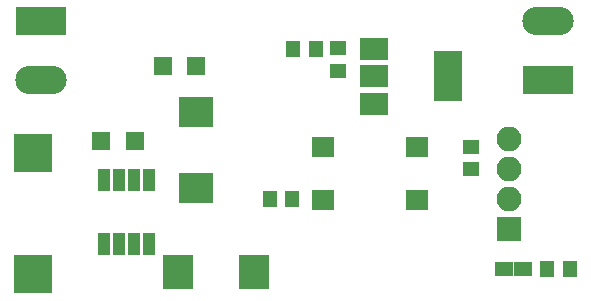
<source format=gts>
G04 #@! TF.FileFunction,Soldermask,Top*
%FSLAX46Y46*%
G04 Gerber Fmt 4.6, Leading zero omitted, Abs format (unit mm)*
G04 Created by KiCad (PCBNEW 4.0.7) date 03/28/18 09:41:18*
%MOMM*%
%LPD*%
G01*
G04 APERTURE LIST*
%ADD10C,0.100000*%
%ADD11R,3.000000X2.635000*%
%ADD12R,2.635000X3.000000*%
%ADD13R,2.100000X2.100000*%
%ADD14O,2.100000X2.100000*%
%ADD15R,4.360000X2.380000*%
%ADD16O,4.360000X2.380000*%
%ADD17R,2.400000X4.200000*%
%ADD18R,2.400000X1.900000*%
%ADD19R,1.950000X1.700000*%
%ADD20R,1.000000X1.950000*%
%ADD21R,1.500000X1.500000*%
%ADD22R,3.190000X3.320000*%
%ADD23R,1.620000X1.270000*%
%ADD24R,1.245000X1.400000*%
%ADD25R,1.400000X1.245000*%
G04 APERTURE END LIST*
D10*
D11*
X104300000Y-105382500D03*
X104300000Y-111817500D03*
D12*
X102782500Y-119000000D03*
X109217500Y-119000000D03*
D13*
X130800000Y-115320000D03*
D14*
X130800000Y-112780000D03*
X130800000Y-110240000D03*
X130800000Y-107700000D03*
D15*
X91200000Y-97700000D03*
D16*
X91200000Y-102700000D03*
D15*
X134100000Y-102700000D03*
D16*
X134100000Y-97700000D03*
D17*
X125650000Y-102400000D03*
D18*
X119350000Y-102400000D03*
X119350000Y-104700000D03*
X119350000Y-100100000D03*
D19*
X115020000Y-112850000D03*
X115020000Y-108350000D03*
X122980000Y-108350000D03*
X122980000Y-112850000D03*
D20*
X96490000Y-116594999D03*
X97760000Y-116594999D03*
X99030000Y-116594999D03*
X100300000Y-116594999D03*
X100300000Y-111194999D03*
X99030000Y-111194999D03*
X97760000Y-111194999D03*
X96490000Y-111194999D03*
D21*
X96300000Y-107900000D03*
X99100000Y-107900000D03*
D22*
X90500000Y-119150000D03*
X90500000Y-108850000D03*
D23*
X130400000Y-118700000D03*
X132000000Y-118700000D03*
D24*
X134041072Y-118699999D03*
X135966072Y-118699999D03*
D25*
X127600000Y-110262500D03*
X127600000Y-108337500D03*
D24*
X112462500Y-112800000D03*
X110537500Y-112800000D03*
X114462500Y-100100000D03*
X112537500Y-100100000D03*
D25*
X116300000Y-100037500D03*
X116300000Y-101962500D03*
D21*
X104300000Y-101500000D03*
X101500000Y-101500000D03*
M02*

</source>
